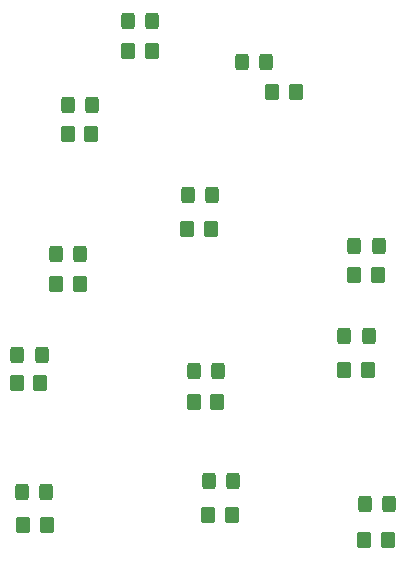
<source format=gtp>
G04 #@! TF.GenerationSoftware,KiCad,Pcbnew,7.0.1-0*
G04 #@! TF.CreationDate,2023-08-21T12:14:01+02:00*
G04 #@! TF.ProjectId,ghost,67686f73-742e-46b6-9963-61645f706362,rev?*
G04 #@! TF.SameCoordinates,Original*
G04 #@! TF.FileFunction,Paste,Top*
G04 #@! TF.FilePolarity,Positive*
%FSLAX46Y46*%
G04 Gerber Fmt 4.6, Leading zero omitted, Abs format (unit mm)*
G04 Created by KiCad (PCBNEW 7.0.1-0) date 2023-08-21 12:14:01*
%MOMM*%
%LPD*%
G01*
G04 APERTURE LIST*
G04 Aperture macros list*
%AMRoundRect*
0 Rectangle with rounded corners*
0 $1 Rounding radius*
0 $2 $3 $4 $5 $6 $7 $8 $9 X,Y pos of 4 corners*
0 Add a 4 corners polygon primitive as box body*
4,1,4,$2,$3,$4,$5,$6,$7,$8,$9,$2,$3,0*
0 Add four circle primitives for the rounded corners*
1,1,$1+$1,$2,$3*
1,1,$1+$1,$4,$5*
1,1,$1+$1,$6,$7*
1,1,$1+$1,$8,$9*
0 Add four rect primitives between the rounded corners*
20,1,$1+$1,$2,$3,$4,$5,0*
20,1,$1+$1,$4,$5,$6,$7,0*
20,1,$1+$1,$6,$7,$8,$9,0*
20,1,$1+$1,$8,$9,$2,$3,0*%
G04 Aperture macros list end*
%ADD10RoundRect,0.250000X-0.325000X-0.450000X0.325000X-0.450000X0.325000X0.450000X-0.325000X0.450000X0*%
%ADD11RoundRect,0.250000X-0.350000X-0.450000X0.350000X-0.450000X0.350000X0.450000X-0.350000X0.450000X0*%
G04 APERTURE END LIST*
D10*
X136815000Y-112160000D03*
X138865000Y-112160000D03*
X136397500Y-100560000D03*
X138447500Y-100560000D03*
D11*
X153330000Y-104620000D03*
X151330000Y-104620000D03*
X164090000Y-101850000D03*
X166090000Y-101850000D03*
X136880000Y-114980000D03*
X138880000Y-114980000D03*
D10*
X145785000Y-72320000D03*
X147835000Y-72320000D03*
D11*
X139700000Y-94580000D03*
X141700000Y-94580000D03*
X140670000Y-81850000D03*
X142670000Y-81850000D03*
X164920000Y-93860000D03*
X166920000Y-93860000D03*
D10*
X151365000Y-101980000D03*
X153415000Y-101980000D03*
D11*
X157980000Y-78330000D03*
X159980000Y-78330000D03*
D10*
X164087500Y-99020000D03*
X166137500Y-99020000D03*
X155437500Y-75820000D03*
X157487500Y-75820000D03*
X152597500Y-111280000D03*
X154647500Y-111280000D03*
D11*
X152570000Y-114180000D03*
X154570000Y-114180000D03*
X150780000Y-89940000D03*
X152780000Y-89940000D03*
D10*
X164935000Y-91360000D03*
X166985000Y-91360000D03*
X139655000Y-92020000D03*
X141705000Y-92020000D03*
D11*
X136350000Y-102970000D03*
X138350000Y-102970000D03*
X165770000Y-116290000D03*
X167770000Y-116290000D03*
D10*
X140667500Y-79430000D03*
X142717500Y-79430000D03*
D11*
X145810000Y-74850000D03*
X147810000Y-74850000D03*
D10*
X150815000Y-87090000D03*
X152865000Y-87090000D03*
X165837500Y-113250000D03*
X167887500Y-113250000D03*
M02*

</source>
